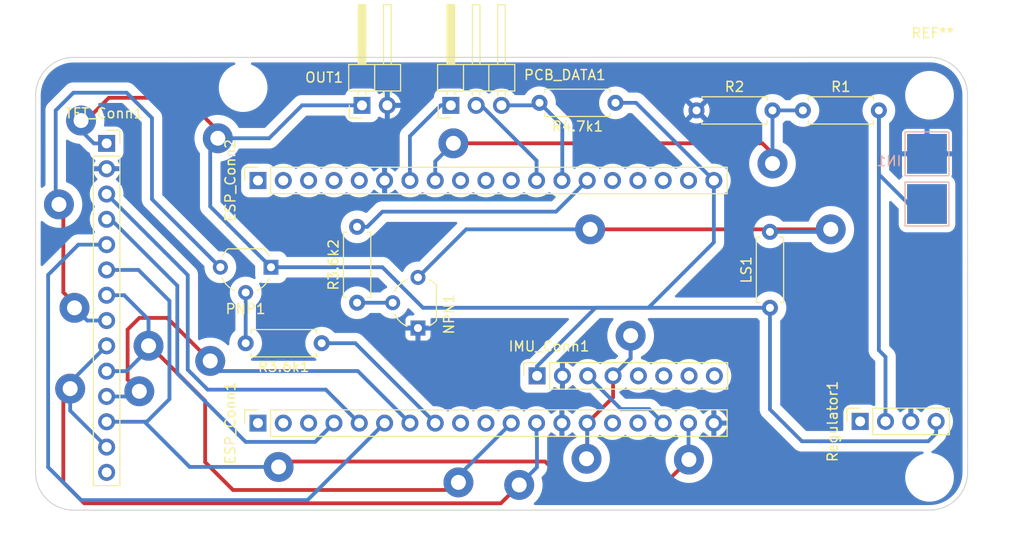
<source format=kicad_pcb>
(kicad_pcb (version 20211014) (generator pcbnew)
  (layers (0 "F.Cu" signal) (31 "B.Cu" signal) (34 "B.Paste" user) (35 "F.Paste" user) (36 "B.SilkS" user "B.Silkscreen") (37 "F.SilkS" user "F.Silkscreen") (38 "B.Mask" user) (39 "F.Mask" user) (44 "Edge.Cuts" user))
  (net 0 "")
  (net 1 "GND")
  (net 2 "/NC")
  (net 3 "+12V")
  (net 4 "VCC")
  (net 5 "Net-(NPN1-Pad2)")
  (net 6 "/IO12")
  (net 7 "/IO33")
  (net 8 "/IO32")
  (net 9 "Net-(PNP1-Pad2)")
  (net 10 "/LED")
  (net 11 "/IO35")
  (net 12 "/IO16")
  (net 13 "/IO2")
  (net 14 "/IO15")
  (net 15 "/IO0")
  (net 16 "/IO23")
  (net 17 "/IO18")
  (net 18 "/IO19")
  (net 19 "/IO4")
  (net 20 "Net-(LS1-Pad2)")
  (net 21 "/IO14")
  (net 22 "/IO13")
  (net 23 "/CLK")
  (net 24 "/D0")
  (net 25 "/D1")
  (net 26 "/IO17")
  (net 27 "/IO5")
  (net 28 "/IO21")
  (net 29 "/RX")
  (net 30 "/TX")
  (net 31 "/IO22")
  (net 32 "/5V")
  (net 33 "/CMD")
  (net 34 "/D3")
  (net 35 "/D2")
  (net 36 "/IO27")
  (net 37 "/IO26")
  (net 38 "/IO25")
  (net 39 "/IO34")
  (net 40 "/VN")
  (net 41 "/VP")
  (net 42 "/EN")
  (net 43 "/XDA")
  (net 44 "/XCL")
  (net 45 "/ADO")
  (net 46 "/INT")
  (footprint "Package_TO_SOT_THT:TO-92_Wide" (layer "F.Cu") (at 66.048 114.808 90)
    (fp_text reference "NPN1" (at 1.388 3.112 90) (layer "F.SilkS"))
    (fp_text value "2N3904")
    (fp_line (start 0.74 1.85) (end 4.34 1.85) (layer "F.SilkS") (width 0.12))
    (fp_arc (start 0.172801 -1.103842) (mid 0.678995 -1.832692) (end 1.4 -2.35) (layer "F.SilkS") (width 0.12))
    (fp_arc (start 4.864184 1.122795) (mid 4.633903 1.509328) (end 4.34 1.85) (layer "F.SilkS") (width 0.12))
    (fp_arc (start 0.74 1.85) (mid 0.446097 1.509328) (end 0.215816 1.122795) (layer "F.SilkS") (width 0.12))
    (fp_arc (start 3.65 -2.35) (mid 4.382279 -1.833196) (end 4.895458 -1.098371) (layer "F.SilkS") (width 0.12))
    (pad "1" thru_hole rect (at 0 0 90) (size 1.5 1.5) (drill 0.8) (layers *.Cu *.Mask) (net 1 "GND"))
    (pad "2" thru_hole circle (at 2.54 -2.54 90) (size 1.5 1.5) (drill 0.8) (layers *.Cu *.Mask) (net 5 "Net-(NPN1-Pad2)"))
    (pad "3" thru_hole circle (at 5.08 0 90) (size 1.5 1.5) (drill 0.8) (layers *.Cu *.Mask) (net 20 "Net-(LS1-Pad2)"))
  )
  (footprint "" (layer "F.Cu") (at 117.348 129.794)
    (fp_text reference "" (at 0 0) (layer "F.SilkS") (effects (font (size 1.27 1.27))))
    (fp_text value "" (at 0 0) (layer "F.SilkS") (effects (font (size 1.27 1.27))))
    (pad "" np_thru_hole circle (at 0 0) (size 3.2 3.2) (drill 3.2) (layers *.Cu *.Mask))
  )
  (footprint "Connector_PinSocket_2.54mm:PinSocket_1x04_P2.54mm_Vertical" (layer "F.Cu") (at 110.393 124.181 90)
    (fp_text reference "Regulator1" (at 0 -2.77 90) (layer "F.SilkS"))
    (fp_text value "Conn_01x04")
    (fp_line (start -1.33 1.27) (end 1.33 1.27) (layer "F.SilkS") (width 0.12))
    (fp_line (start -1.33 8.95) (end 1.33 8.95) (layer "F.SilkS") (width 0.12))
    (fp_line (start -1.33 1.27) (end -1.33 8.95) (layer "F.SilkS") (width 0.12))
    (fp_line (start 1.33 1.27) (end 1.33 8.95) (layer "F.SilkS") (width 0.12))
    (fp_line (start 0 -1.33) (end 1.33 -1.33) (layer "F.SilkS") (width 0.12))
    (fp_line (start 1.33 -1.33) (end 1.33 0) (layer "F.SilkS") (width 0.12))
    (pad "1" thru_hole rect (at 0 0 90) (size 1.7 1.7) (drill 1) (layers *.Cu *.Mask))
    (pad "2" thru_hole oval (at 0 2.54 90) (size 1.7 1.7) (drill 1) (layers *.Cu *.Mask) (net 3 "+12V"))
    (pad "3" thru_hole oval (at 0 5.08 90) (size 1.7 1.7) (drill 1) (layers *.Cu *.Mask) (net 1 "GND"))
    (pad "4" thru_hole oval (at 0 7.62 90) (size 1.7 1.7) (drill 1) (layers *.Cu *.Mask) (net 4 "VCC"))
  )
  (footprint "" (layer "F.Cu") (at 48.514 90.678)
    (fp_text reference "" (at 0 0) (layer "F.SilkS") (effects (font (size 1.27 1.27))))
    (fp_text value "" (at 0 0) (layer "F.SilkS") (effects (font (size 1.27 1.27))))
    (pad "" np_thru_hole circle (at 0 0) (size 3.2 3.2) (drill 3.2) (layers *.Cu *.Mask))
  )
  (footprint "" (layer "F.Cu") (at 39.116 128.778)
    (fp_text reference "" (at 0 0) (layer "F.SilkS") (effects (font (size 1.27 1.27))))
    (fp_text value "" (at 0 0) (layer "F.SilkS") (effects (font (size 1.27 1.27))))
    (pad "" np_thru_hole circle (at 0 0) (size 3.2 3.2) (drill 3.2) (layers *.Cu *.Mask))
  )
  (footprint "Resistor_THT:R_Axial_DIN0207_L6.3mm_D2.5mm_P7.62mm_Horizontal" (layer "F.Cu") (at 101.346 112.776 90)
    (fp_text reference "LS1" (at 3.81 -2.37 90) (layer "F.SilkS"))
    (fp_text value "Speaker")
    (fp_line (start 0.54 -1.37) (end 7.08 -1.37) (layer "F.SilkS") (width 0.12))
    (fp_line (start 7.08 -1.37) (end 7.08 -1.04) (layer "F.SilkS") (width 0.12))
    (fp_line (start 7.08 1.37) (end 7.08 1.04) (layer "F.SilkS") (width 0.12))
    (fp_line (start 0.54 -1.04) (end 0.54 -1.37) (layer "F.SilkS") (width 0.12))
    (fp_line (start 0.54 1.04) (end 0.54 1.37) (layer "F.SilkS") (width 0.12))
    (fp_line (start 0.54 1.37) (end 7.08 1.37) (layer "F.SilkS") (width 0.12))
    (pad "1" thru_hole circle (at 0 0 90) (size 1.6 1.6) (drill 0.8) (layers *.Cu *.Mask) (net 4 "VCC"))
    (pad "2" thru_hole oval (at 7.62 0 90) (size 1.6 1.6) (drill 0.8) (layers *.Cu *.Mask) (net 20 "Net-(LS1-Pad2)"))
  )
  (footprint "Resistor_THT:R_Axial_DIN0207_L6.3mm_D2.5mm_P7.62mm_Horizontal" (layer "F.Cu") (at 93.98 92.964)
    (fp_text reference "R2" (at 3.81 -2.37) (layer "F.SilkS"))
    (fp_text value "R_Small")
    (fp_line (start 0.54 -1.37) (end 7.08 -1.37) (layer "F.SilkS") (width 0.12))
    (fp_line (start 7.08 1.37) (end 7.08 1.04) (layer "F.SilkS") (width 0.12))
    (fp_line (start 0.54 1.04) (end 0.54 1.37) (layer "F.SilkS") (width 0.12))
    (fp_line (start 0.54 -1.04) (end 0.54 -1.37) (layer "F.SilkS") (width 0.12))
    (fp_line (start 7.08 -1.37) (end 7.08 -1.04) (layer "F.SilkS") (width 0.12))
    (fp_line (start 0.54 1.37) (end 7.08 1.37) (layer "F.SilkS") (width 0.12))
    (pad "1" thru_hole circle (at 0 0) (size 1.6 1.6) (drill 0.8) (layers *.Cu *.Mask) (net 1 "GND"))
    (pad "2" thru_hole oval (at 7.62 0) (size 1.6 1.6) (drill 0.8) (layers *.Cu *.Mask) (net 21 "/IO14"))
  )
  (footprint "Resistor_THT:R_Axial_DIN0207_L6.3mm_D2.5mm_P7.62mm_Horizontal" (layer "F.Cu") (at 104.648 92.964)
    (fp_text reference "R1" (at 3.81 -2.37) (layer "F.SilkS"))
    (fp_text value "R_Small")
    (fp_line (start 7.08 1.37) (end 7.08 1.04) (layer "F.SilkS") (width 0.12))
    (fp_line (start 0.54 -1.04) (end 0.54 -1.37) (layer "F.SilkS") (width 0.12))
    (fp_line (start 0.54 1.04) (end 0.54 1.37) (layer "F.SilkS") (width 0.12))
    (fp_line (start 0.54 1.37) (end 7.08 1.37) (layer "F.SilkS") (width 0.12))
    (fp_line (start 7.08 -1.37) (end 7.08 -1.04) (layer "F.SilkS") (width 0.12))
    (fp_line (start 0.54 -1.37) (end 7.08 -1.37) (layer "F.SilkS") (width 0.12))
    (pad "1" thru_hole circle (at 0 0) (size 1.6 1.6) (drill 0.8) (layers *.Cu *.Mask) (net 21 "/IO14"))
    (pad "2" thru_hole oval (at 7.62 0) (size 1.6 1.6) (drill 0.8) (layers *.Cu *.Mask) (net 3 "+12V"))
  )
  (footprint "Connector_PinHeader_2.54mm:PinHeader_1x03_P2.54mm_Horizontal" (layer "F.Cu") (at 69.342 92.456 90)
    (fp_text reference "PCB_DATA1" (at 3.048 11.43 180) (layer "F.SilkS"))
    (fp_text value "Conn_01x03")
    (fp_line (start 10.1 -0.38) (end 10.1 0.38) (layer "F.SilkS") (width 0.12))
    (fp_line (start 4.1 -0.38) (end 10.1 -0.38) (layer "F.SilkS") (width 0.12))
    (fp_line (start 1.11 -0.38) (end 1.44 -0.38) (layer "F.SilkS") (width 0.12))
    (fp_line (start 4.1 6.41) (end 4.1 -1.33) (layer "F.SilkS") (width 0.12))
    (fp_line (start 10.1 0.38) (end 4.1 0.38) (layer "F.SilkS") (width 0.12))
    (fp_line (start 4.1 2.16) (end 10.1 2.16) (layer "F.SilkS") (width 0.12))
    (fp_line (start 4.1 4.7) (end 10.1 4.7) (layer "F.SilkS") (width 0.12))
    (fp_line (start 4.1 0.04) (end 10.1 0.04) (layer "F.SilkS") (width 0.12))
    (fp_line (start 4.1 -0.08) (end 10.1 -0.08) (layer "F.SilkS") (width 0.12))
    (fp_line (start 4.1 0.16) (end 10.1 0.16) (layer "F.SilkS") (width 0.12))
    (fp_line (start -1.27 -1.27) (end 0 -1.27) (layer "F.SilkS") (width 0.12))
    (fp_line (start 4.1 -0.2) (end 10.1 -0.2) (layer "F.SilkS") (width 0.12))
    (fp_line (start 1.042929 4.7) (end 1.44 4.7) (layer "F.SilkS") (width 0.12))
    (fp_line (start 10.1 2.92) (end 4.1 2.92) (layer "F.SilkS") (width 0.12))
    (fp_line (start 10.1 2.16) (end 10.1 2.92) (layer "F.SilkS") (width 0.12))
    (fp_line (start 1.44 6.41) (end 4.1 6.41) (layer "F.SilkS") (width 0.12))
    (fp_line (start 1.042929 5.46) (end 1.44 5.46) (layer "F.SilkS") (width 0.12))
    (fp_line (start 1.44 -1.33) (end 1.44 6.41) (layer "F.SilkS") (width 0.12))
    (fp_line (start 1.44 1.27) (end 4.1 1.27) (layer "F.SilkS") (width 0.12))
    (fp_line (start -1.27 0) (end -1.27 -1.27) (layer "F.SilkS") (width 0.12))
    (fp_line (start 4.1 0.28) (end 10.1 0.28) (layer "F.SilkS") (width 0.12))
    (fp_line (start 4.1 -0.32) (end 10.1 -0.32) (layer "F.SilkS") (width 0.12))
    (fp_line (start 1.44 3.81) (end 4.1 3.81) (layer "F.SilkS") (width 0.12))
    (fp_line (start 1.042929 2.92) (end 1.44 2.92) (layer "F.SilkS") (width 0.12))
    (fp_line (start 1.11 0.38) (end 1.44 0.38) (layer "F.SilkS") (width 0.12))
    (fp_line (start 1.042929 2.16) (end 1.44 2.16) (layer "F.SilkS") (width 0.12))
    (fp_line (start 10.1 5.46) (end 4.1 5.46) (layer "F.SilkS") (width 0.12))
    (fp_line (start 10.1 4.7) (end 10.1 5.46) (layer "F.SilkS") (width 0.12))
    (fp_line (start 4.1 -1.33) (end 1.44 -1.33) (layer "F.SilkS") (width 0.12))
    (pad "1" thru_hole rect (at 0 0 90) (size 1.7 1.7) (drill 1) (layers *.Cu *.Mask) (net 6 "/IO12"))
    (pad "2" thru_hole oval (at 0 2.54 90) (size 1.7 1.7) (drill 1) (layers *.Cu *.Mask) (net 7 "/IO33"))
    (pad "3" thru_hole oval (at 0 5.08 90) (size 1.7 1.7) (drill 1) (layers *.Cu *.Mask) (net 8 "/IO32"))
  )
  (footprint "Connector_PinHeader_2.54mm:PinHeader_1x02_P2.54mm_Horizontal" (layer "F.Cu") (at 60.432 92.456 90)
    (fp_text reference "OUT1" (at 2.794 -3.79 180) (layer "F.SilkS"))
    (fp_text value "Conn_01x02")
    (fp_line (start 10.1 2.92) (end 4.1 2.92) (layer "F.SilkS") (width 0.12))
    (fp_line (start 4.1 0.04) (end 10.1 0.04) (layer "F.SilkS") (width 0.12))
    (fp_line (start 4.1 3.87) (end 4.1 -1.33) (layer "F.SilkS") (width 0.12))
    (fp_line (start 1.042929 2.16) (end 1.44 2.16) (layer "F.SilkS") (width 0.12))
    (fp_line (start 4.1 -0.32) (end 10.1 -0.32) (layer "F.SilkS") (width 0.12))
    (fp_line (start 4.1 2.16) (end 10.1 2.16) (layer "F.SilkS") (width 0.12))
    (fp_line (start 10.1 2.16) (end 10.1 2.92) (layer "F.SilkS") (width 0.12))
    (fp_line (start 4.1 0.28) (end 10.1 0.28) (layer "F.SilkS") (width 0.12))
    (fp_line (start 1.44 1.27) (end 4.1 1.27) (layer "F.SilkS") (width 0.12))
    (fp_line (start -1.27 -1.27) (end 0 -1.27) (layer "F.SilkS") (width 0.12))
    (fp_line (start 4.1 -0.2) (end 10.1 -0.2) (layer "F.SilkS") (width 0.12))
    (fp_line (start 1.44 3.87) (end 4.1 3.87) (layer "F.SilkS") (width 0.12))
    (fp_line (start 4.1 -0.38) (end 10.1 -0.38) (layer "F.SilkS") (width 0.12))
    (fp_line (start 4.1 -1.33) (end 1.44 -1.33) (layer "F.SilkS") (width 0.12))
    (fp_line (start 10.1 -0.38) (end 10.1 0.38) (layer "F.SilkS") (width 0.12))
    (fp_line (start 1.44 -1.33) (end 1.44 3.87) (layer "F.SilkS") (width 0.12))
    (fp_line (start -1.27 0) (end -1.27 -1.27) (layer "F.SilkS") (width 0.12))
    (fp_line (start 1.11 -0.38) (end 1.44 -0.38) (layer "F.SilkS") (width 0.12))
    (fp_line (start 4.1 0.16) (end 10.1 0.16) (layer "F.SilkS") (width 0.12))
    (fp_line (start 10.1 0.38) (end 4.1 0.38) (layer "F.SilkS") (width 0.12))
    (fp_line (start 1.11 0.38) (end 1.44 0.38) (layer "F.SilkS") (width 0.12))
    (fp_line (start 4.1 -0.08) (end 10.1 -0.08) (layer "F.SilkS") (width 0.12))
    (fp_line (start 1.042929 2.92) (end 1.44 2.92) (layer "F.SilkS") (width 0.12))
    (pad "1" thru_hole rect (at 0 0 90) (size 1.7 1.7) (drill 1) (layers *.Cu *.Mask) (net 4 "VCC"))
    (pad "2" thru_hole oval (at 0 2.54 90) (size 1.7 1.7) (drill 1) (layers *.Cu *.Mask) (net 1 "GND"))
  )
  (footprint "Resistor_THT:R_Axial_DIN0207_L6.3mm_D2.5mm_P7.62mm_Horizontal" (layer "F.Cu") (at 59.944 112.268 90)
    (fp_text reference "R3.6k2" (at 3.81 -2.37 90) (layer "F.SilkS"))
    (fp_text value "R_Small")
    (fp_line (start 0.54 -1.04) (end 0.54 -1.37) (layer "F.SilkS") (width 0.12))
    (fp_line (start 7.08 -1.37) (end 7.08 -1.04) (layer "F.SilkS") (width 0.12))
    (fp_line (start 7.08 1.37) (end 7.08 1.04) (layer "F.SilkS") (width 0.12))
    (fp_line (start 0.54 1.04) (end 0.54 1.37) (layer "F.SilkS") (width 0.12))
    (fp_line (start 0.54 1.37) (end 7.08 1.37) (layer "F.SilkS") (width 0.12))
    (fp_line (start 0.54 -1.37) (end 7.08 -1.37) (layer "F.SilkS") (width 0.12))
    (pad "1" thru_hole circle (at 0 0 90) (size 1.6 1.6) (drill 0.8) (layers *.Cu *.Mask) (net 5 "Net-(NPN1-Pad2)"))
    (pad "2" thru_hole oval (at 7.62 0 90) (size 1.6 1.6) (drill 0.8) (layers *.Cu *.Mask) (net 11 "/IO35"))
  )
  (footprint "Connector_PinSocket_2.54mm:PinSocket_1x19_P2.54mm_Vertical" (layer "F.Cu") (at 50 124.35 90)
    (fp_text reference "ESP_Conn1" (at 0 -2.77 90) (layer "F.SilkS"))
    (fp_text value "Conn_01x19")
    (fp_line (start -1.33 1.27) (end -1.33 47.05) (layer "F.SilkS") (width 0.12))
    (fp_line (start -1.33 1.27) (end 1.33 1.27) (layer "F.SilkS") (width 0.12))
    (fp_line (start -1.33 47.05) (end 1.33 47.05) (layer "F.SilkS") (width 0.12))
    (fp_line (start 1.33 -1.33) (end 1.33 0) (layer "F.SilkS") (width 0.12))
    (fp_line (start 0 -1.33) (end 1.33 -1.33) (layer "F.SilkS") (width 0.12))
    (fp_line (start 1.33 1.27) (end 1.33 47.05) (layer "F.SilkS") (width 0.12))
    (pad "1" thru_hole rect (at 0 0 90) (size 1.7 1.7) (drill 1) (layers *.Cu *.Mask) (net 23 "/CLK"))
    (pad "2" thru_hole oval (at 0 2.54 90) (size 1.7 1.7) (drill 1) (layers *.Cu *.Mask) (net 24 "/D0"))
    (pad "3" thru_hole oval (at 0 5.08 90) (size 1.7 1.7) (drill 1) (layers *.Cu *.Mask) (net 25 "/D1"))
    (pad "4" thru_hole oval (at 0 7.62 90) (size 1.7 1.7) (drill 1) (layers *.Cu *.Mask) (net 14 "/IO15"))
    (pad "5" thru_hole oval (at 0 10.16 90) (size 1.7 1.7) (drill 1) (layers *.Cu *.Mask) (net 13 "/IO2"))
    (pad "6" thru_hole oval (at 0 12.7 90) (size 1.7 1.7) (drill 1) (layers *.Cu *.Mask) (net 15 "/IO0"))
    (pad "7" thru_hole oval (at 0 15.24 90) (size 1.7 1.7) (drill 1) (layers *.Cu *.Mask) (net 19 "/IO4"))
    (pad "8" thru_hole oval (at 0 17.78 90) (size 1.7 1.7) (drill 1) (layers *.Cu *.Mask) (net 12 "/IO16"))
    (pad "9" thru_hole oval (at 0 20.32 90) (size 1.7 1.7) (drill 1) (layers *.Cu *.Mask) (net 26 "/IO17"))
    (pad "10" thru_hole oval (at 0 22.86 90) (size 1.7 1.7) (drill 1) (layers *.Cu *.Mask) (net 27 "/IO5"))
    (pad "11" thru_hole oval (at 0 25.4 90) (size 1.7 1.7) (drill 1) (layers *.Cu *.Mask) (net 17 "/IO18"))
    (pad "12" thru_hole oval (at 0 27.94 90) (size 1.7 1.7) (drill 1) (layers *.Cu *.Mask) (net 18 "/IO19"))
    (pad "13" thru_hole oval (at 0 30.48 90) (size 1.7 1.7) (drill 1) (layers *.Cu *.Mask) (net 1 "GND"))
    (pad "14" thru_hole oval (at 0 33.02 90) (size 1.7 1.7) (drill 1) (layers *.Cu *.Mask) (net 28 "/IO21"))
    (pad "15" thru_hole oval (at 0 35.56 90) (size 1.7 1.7) (drill 1) (layers *.Cu *.Mask) (net 29 "/RX"))
    (pad "16" thru_hole oval (at 0 38.1 90) (size 1.7 1.7) (drill 1) (layers *.Cu *.Mask) (net 30 "/TX"))
    (pad "17" thru_hole oval (at 0 40.64 90) (size 1.7 1.7) (drill 1) (layers *.Cu *.Mask) (net 31 "/IO22"))
    (pad "18" thru_hole oval (at 0 43.18 90) (size 1.7 1.7) (drill 1) (layers *.Cu *.Mask) (net 16 "/IO23"))
    (pad "19" thru_hole oval (at 0 45.72 90) (size 1.7 1.7) (drill 1) (layers *.Cu *.Mask) (net 1 "GND"))
  )
  (footprint "Connector_PinSocket_2.54mm:PinSocket_1x19_P2.54mm_Vertical" (layer "F.Cu") (at 50 100 90)
    (fp_text reference "ESP_Conn2" (at 0 -2.77 90) (layer "F.SilkS"))
    (fp_text value "Conn_01x19")
    (fp_line (start -1.33 1.27) (end -1.33 47.05) (layer "F.SilkS") (width 0.12))
    (fp_line (start 0 -1.33) (end 1.33 -1.33) (layer "F.SilkS") (width 0.12))
    (fp_line (start 1.33 -1.33) (end 1.33 0) (layer "F.SilkS") (width 0.12))
    (fp_line (start 1.33 1.27) (end 1.33 47.05) (layer "F.SilkS") (width 0.12))
    (fp_line (start -1.33 1.27) (end 1.33 1.27) (layer "F.SilkS") (width 0.12))
    (fp_line (start -1.33 47.05) (end 1.33 47.05) (layer "F.SilkS") (width 0.12))
    (pad "1" thru_hole rect (at 0 0 90) (size 1.7 1.7) (drill 1) (layers *.Cu *.Mask) (net 32 "/5V"))
    (pad "2" thru_hole oval (at 0 2.54 90) (size 1.7 1.7) (drill 1) (layers *.Cu *.Mask) (net 33 "/CMD"))
    (pad "3" thru_hole oval (at 0 5.08 90) (size 1.7 1.7) (drill 1) (layers *.Cu *.Mask) (net 34 "/D3"))
    (pad "4" thru_hole oval (at 0 7.62 90) (size 1.7 1.7) (drill 1) (layers *.Cu *.Mask) (net 35 "/D2"))
    (pad "5" thru_hole oval (at 0 10.16 90) (size 1.7 1.7) (drill 1) (layers *.Cu *.Mask) (net 22 "/IO13"))
    (pad "6" thru_hole oval (at 0 12.7 90) (size 1.7 1.7) (drill 1) (layers *.Cu *.Mask) (net 1 "GND"))
    (pad "7" thru_hole oval (at 0 15.24 90) (size 1.7 1.7) (drill 1) (layers *.Cu *.Mask) (net 6 "/IO12"))
    (pad "8" thru_hole oval (at 0 17.78 90) (size 1.7 1.7) (drill 1) (layers *.Cu *.Mask) (net 21 "/IO14"))
    (pad "9" thru_hole oval (at 0 20.32 90) (size 1.7 1.7) (drill 1) (layers *.Cu *.Mask) (net 36 "/IO27"))
    (pad "10" thru_hole oval (at 0 22.86 90) (size 1.7 1.7) (drill 1) (layers *.Cu *.Mask) (net 37 "/IO26"))
    (pad "11" thru_hole oval (at 0 25.4 90) (size 1.7 1.7) (drill 1) (layers *.Cu *.Mask) (net 38 "/IO25"))
    (pad "12" thru_hole oval (at 0 27.94 90) (size 1.7 1.7) (drill 1) (layers *.Cu *.Mask) (net 7 "/IO33"))
    (pad "13" thru_hole oval (at 0 30.48 90) (size 1.7 1.7) (drill 1) (layers *.Cu *.Mask) (net 8 "/IO32"))
    (pad "14" thru_hole oval (at 0 33.02 90) (size 1.7 1.7) (drill 1) (layers *.Cu *.Mask) (net 11 "/IO35"))
    (pad "15" thru_hole oval (at 0 35.56 90) (size 1.7 1.7) (drill 1) (layers *.Cu *.Mask) (net 39 "/IO34"))
    (pad "16" thru_hole oval (at 0 38.1 90) (size 1.7 1.7) (drill 1) (layers *.Cu *.Mask) (net 40 "/VN"))
    (pad "17" thru_hole oval (at 0 40.64 90) (size 1.7 1.7) (drill 1) (layers *.Cu *.Mask) (net 41 "/VP"))
    (pad "18" thru_hole oval (at 0 43.18 90) (size 1.7 1.7) (drill 1) (layers *.Cu *.Mask) (net 42 "/EN"))
    (pad "19" thru_hole oval (at 0 45.72 90) (size 1.7 1.7) (drill 1) (layers *.Cu *.Mask) (net 4 "VCC"))
  )
  (footprint "Connector_PinSocket_2.54mm:PinSocket_1x08_P2.54mm_Vertical" (layer "F.Cu") (at 77.993 119.609 90)
    (fp_text reference "IMU_Conn1" (at 2.959 1.197 180) (layer "F.SilkS"))
    (fp_text value "Conn_01x08")
    (fp_line (start 0 -1.33) (end 1.33 -1.33) (layer "F.SilkS") (width 0.12))
    (fp_line (start -1.33 1.27) (end 1.33 1.27) (layer "F.SilkS") (width 0.12))
    (fp_line (start 1.33 1.27) (end 1.33 19.11) (layer "F.SilkS") (width 0.12))
    (fp_line (start -1.33 19.11) (end 1.33 19.11) (layer "F.SilkS") (width 0.12))
    (fp_line (start -1.33 1.27) (end -1.33 19.11) (layer "F.SilkS") (width 0.12))
    (fp_line (start 1.33 -1.33) (end 1.33 0) (layer "F.SilkS") (width 0.12))
    (pad "1" thru_hole rect locked (at 0 0 90) (size 1.7 1.7) (drill 1) (layers *.Cu *.Mask) (net 4 "VCC"))
    (pad "2" thru_hole oval locked (at 0 2.54 90) (size 1.7 1.7) (drill 1) (layers *.Cu *.Mask) (net 1 "GND"))
    (pad "3" thru_hole oval locked (at 0 5.08 90) (size 1.7 1.7) (drill 1) (layers *.Cu *.Mask) (net 31 "/IO22"))
    (pad "4" thru_hole oval locked (at 0 7.62 90) (size 1.7 1.7) (drill 1) (layers *.Cu *.Mask) (net 28 "/IO21"))
    (pad "5" thru_hole oval locked (at 0 10.16 90) (size 1.7 1.7) (drill 1) (layers *.Cu *.Mask) (net 43 "/XDA"))
    (pad "6" thru_hole oval locked (at 0 12.7 90) (size 1.7 1.7) (drill 1) (layers *.Cu *.Mask) (net 44 "/XCL"))
    (pad "7" thru_hole oval locked (at 0 15.24 90) (size 1.7 1.7) (drill 1) (layers *.Cu *.Mask) (net 45 "/ADO"))
    (pad "8" thru_hole oval locked (at 0 17.78 90) (size 1.7 1.7) (drill 1) (layers *.Cu *.Mask) (net 46 "/INT"))
  )
  (footprint "MountingHole:MountingHole_3.2mm_M3" (layer "F.Cu") (at 117.348 91.44)
    (fp_text reference "REF**" (at 0.322 -6.24) (layer "F.SilkS"))
    (fp_text value "MountingHole_3.2mm_M3")
    (pad "" np_thru_hole circle (at 0 0) (size 3.2 3.2) (drill 3.2) (layers *.Cu *.Mask))
  )
  (footprint "Resistor_THT:R_Axial_DIN0207_L6.3mm_D2.5mm_P7.62mm_Horizontal" (layer "F.Cu") (at 56.388 116.332 180)
    (fp_text reference "R3.6k1" (at 3.81 -2.37) (layer "F.SilkS"))
    (fp_text value "R_Small")
    (fp_line (start 0.54 -1.37) (end 7.08 -1.37) (layer "F.SilkS") (width 0.12))
    (fp_line (start 0.54 1.37) (end 7.08 1.37) (layer "F.SilkS") (width 0.12))
    (fp_line (start 7.08 1.37) (end 7.08 1.04) (layer "F.SilkS") (width 0.12))
    (fp_line (start 7.08 -1.37) (end 7.08 -1.04) (layer "F.SilkS") (width 0.12))
    (fp_line (start 0.54 -1.04) (end 0.54 -1.37) (layer "F.SilkS") (width 0.12))
    (fp_line (start 0.54 1.04) (end 0.54 1.37) (layer "F.SilkS") (width 0.12))
    (pad "1" thru_hole circle (at 0 0 180) (size 1.6 1.6) (drill 0.8) (layers *.Cu *.Mask) (net 12 "/IO16"))
    (pad "2" thru_hole oval (at 7.62 0 180) (size 1.6 1.6) (drill 0.8) (layers *.Cu *.Mask) (net 9 "Net-(PNP1-Pad2)"))
  )
  (footprint "Resistor_THT:R_Axial_DIN0207_L6.3mm_D2.5mm_P7.62mm_Horizontal" (layer "F.Cu") (at 85.852 92.202 180)
    (fp_text reference "R4.7k1" (at 3.81 -2.37) (layer "F.SilkS"))
    (fp_text value "R_Small")
    (fp_line (start 0.54 1.37) (end 7.08 1.37) (layer "F.SilkS") (width 0.12))
    (fp_line (start 7.08 -1.37) (end 7.08 -1.04) (layer "F.SilkS") (width 0.12))
    (fp_line (start 7.08 1.37) (end 7.08 1.04) (layer "F.SilkS") (width 0.12))
    (fp_line (start 0.54 1.04) (end 0.54 1.37) (layer "F.SilkS") (width 0.12))
    (fp_line (start 0.54 -1.04) (end 0.54 -1.37) (layer "F.SilkS") (width 0.12))
    (fp_line (start 0.54 -1.37) (end 7.08 -1.37) (layer "F.SilkS") (width 0.12))
    (pad "1" thru_hole circle (at 0 0 180) (size 1.6 1.6) (drill 0.8) (layers *.Cu *.Mask) (net 4 "VCC"))
    (pad "2" thru_hole oval (at 7.62 0 180) (size 1.6 1.6) (drill 0.8) (layers *.Cu *.Mask) (net 8 "/IO32"))
  )
  (footprint "Package_TO_SOT_THT:TO-92_Wide" (layer "F.Cu") (at 51.308 108.704 180)
    (fp_text reference "PNP1" (at 2.55 -4.19) (layer "F.SilkS"))
    (fp_text value "2N3906")
    (fp_line (start 0.74 1.85) (end 4.34 1.85) (layer "F.SilkS") (width 0.12))
    (fp_arc (start 4.864184 1.122795) (mid 4.633903 1.509328) (end 4.34 1.85) (layer "F.SilkS") (width 0.12))
    (fp_arc (start 0.172801 -1.103842) (mid 0.678995 -1.832692) (end 1.4 -2.35) (layer "F.SilkS") (width 0.12))
    (fp_arc (start 0.74 1.85) (mid 0.446097 1.509328) (end 0.215816 1.122795) (layer "F.SilkS") (width 0.12))
    (fp_arc (start 3.65 -2.35) (mid 4.382279 -1.833196) (end 4.895458 -1.098371) (layer "F.SilkS") (width 0.12))
    (pad "1" thru_hole rect (at 0 0 180) (size 1.5 1.5) (drill 0.8) (layers *.Cu *.Mask) (net 4 "VCC"))
    (pad "2" thru_hole circle (at 2.54 -2.54 180) (size 1.5 1.5) (drill 0.8) (layers *.Cu *.Mask) (net 9 "Net-(PNP1-Pad2)"))
    (pad "3" thru_hole circle (at 5.08 0 180) (size 1.5 1.5) (drill 0.8) (layers *.Cu *.Mask) (net 10 "/LED"))
  )
  (footprint "Connector_PinSocket_2.54mm:PinSocket_1x14_P2.54mm_Vertical" (layer "F.Cu") (at 34.823 96.276)
    (fp_text reference "TFT_Conn1" (at -0.254 -3.024) (layer "F.SilkS"))
    (fp_text value "Conn_01x14")
    (fp_line (start 1.33 -1.33) (end 1.33 0) (layer "F.SilkS") (width 0.12))
    (fp_line (start 0 -1.33) (end 1.33 -1.33) (layer "F.SilkS") (width 0.12))
    (fp_line (start -1.33 1.27) (end -1.33 34.35) (layer "F.SilkS") (width 0.12))
    (fp_line (start -1.33 34.35) (end 1.33 34.35) (layer "F.SilkS") (width 0.12))
    (fp_line (start 1.33 1.27) (end 1.33 34.35) (layer "F.SilkS") (width 0.12))
    (fp_line (start -1.33 1.27) (end 1.33 1.27) (layer "F.SilkS") (width 0.12))
    (pad "1" thru_hole rect (at 0 0) (size 1.7 1.7) (drill 1) (layers *.Cu *.Mask) (net 4 "VCC"))
    (pad "2" thru_hole oval (at 0 2.54) (size 1.7 1.7) (drill 1) (layers *.Cu *.Mask) (net 1 "GND"))
    (pad "3" thru_hole oval (at 0 5.08) (size 1.7 1.7) (drill 1) (layers *.Cu *.Mask) (net 13 "/IO2"))
    (pad "4" thru_hole oval (at 0 7.62) (size 1.7 1.7) (drill 1) (layers *.Cu *.Mask) (net 14 "/IO15"))
    (pad "5" thru_hole oval (at 0 10.16) (size 1.7 1.7) (drill 1) (layers *.Cu *.Mask) (net 15 "/IO0"))
    (pad "6" thru_hole oval (at 0 12.7) (size 1.7 1.7) (drill 1) (layers *.Cu *.Mask) (net 16 "/IO23"))
    (pad "7" thru_hole oval (at 0 15.24) (size 1.7 1.7) (drill 1) (layers *.Cu *.Mask) (net 17 "/IO18"))
    (pad "8" thru_hole oval (at 0 17.78) (size 1.7 1.7) (drill 1) (layers *.Cu *.Mask) (net 10 "/LED"))
    (pad "9" thru_hole oval (at 0 20.32) (size 1.7 1.7) (drill 1) (layers *.Cu *.Mask) (net 18 "/IO19"))
    (pad "10" thru_hole oval (at 0 22.86) (size 1.7 1.7) (drill 1) (layers *.Cu *.Mask) (net 17 "/IO18"))
    (pad "11" thru_hole oval (at 0 25.4) (size 1.7 1.7) (drill 1) (layers *.Cu *.Mask) (net 19 "/IO4"))
    (pad "12" thru_hole oval (at 0 27.94) (size 1.7 1.7) (drill 1) (layers *.Cu *.Mask) (net 16 "/IO23"))
    (pad "13" thru_hole oval (at 0 30.48) (size 1.7 1.7) (drill 1) (layers *.Cu *.Mask) (net 18 "/IO19"))
    (pad "14" thru_hole oval (at 0 33.02) (size 1.7 1.7) (drill 1) (layers *.Cu *.Mask) (net 2 "/NC"))
  )
  (footprint "TestPoint:TestPoint_Pad_4.0x4.0mm" (layer "B.Cu") (at 117.094 102.362 180)
    (fp_text reference "IN1" (at 3.81 4.318) (layer "B.SilkS") (effects (justify mirror)))
    (fp_text value "Screw_Terminal_01x02")
    (fp_line (start 2.2 2.2) (end 2.2 -2.2) (layer "B.SilkS") (width 0.12))
    (fp_line (start -2.2 7.24) (end 2.2 7.24) (layer "B.SilkS") (width 0.12))
    (fp_line (start 2.2 -2.2) (end -2.2 -2.2) (layer "B.SilkS") (width 0.12))
    (fp_line (start -2.2 -2.2) (end -2.2 2.2) (layer "B.SilkS") (width 0.12))
    (fp_line (start -2.2 2.2) (end 2.2 2.2) (layer "B.SilkS") (width 0.12))
    (fp_line (start 2.2 2.84) (end -2.2 2.84) (layer "B.SilkS") (width 0.12))
    (fp_line (start 2.2 7.24) (end 2.2 2.84) (layer "B.SilkS") (width 0.12))
    (fp_line (start -2.2 2.84) (end -2.2 7.24) (layer "B.SilkS") (width 0.12))
    (pad "1" smd rect (at 0 0 180) (size 4 4) (layers "B.Cu" "B.Mask") (net 3 "+12V"))
    (pad "2" smd rect (at 0 5.04 180) (size 4 4) (layers "B.Cu" "B.Mask") (net 1 "GND"))
  )
  (gr_arc (start 121.165923 129.275923) (mid 120.05 131.97) (end 117.355923 133.085923) (layer "Edge.Cuts") (width 0.1))
  (gr_arc (start 31.504077 133.085923) (mid 28.81 131.97) (end 27.694077 129.275923) (layer "Edge.Cuts") (width 0.1))
  (gr_arc (start 27.704077 91.454077) (mid 28.82 88.76) (end 31.514077 87.644077) (layer "Edge.Cuts") (width 0.1))
  (gr_line (start 27.694077 129.275923) (end 27.704077 91.454077) (layer "Edge.Cuts") (width 0.1))
  (gr_arc (start 117.32 87.63) (mid 120.032165 88.736006) (end 121.158 91.44) (layer "Edge.Cuts") (width 0.1))
  (gr_line (start 121.158 91.44) (end 121.165923 129.275923) (layer "Edge.Cuts") (width 0.1))
  (gr_line (start 31.514077 87.644077) (end 117.348 87.63) (layer "Edge.Cuts") (width 0.1))
  (gr_line (start 117.33 133.085923) (end 31.504077 133.085923) (layer "Edge.Cuts") (width 0.1))
  (segment (start 112.933 117.699) (end 112.268 117.034) (width 0.381) (layer "B.Cu") (net 3))
  (segment (start 112.268 99.3836) (end 115.2464 102.362) (width 0.381) (layer "B.Cu") (net 3))
  (segment (start 112.268 92.964) (end 112.268 99.3836) (width 0.381) (layer "B.Cu") (net 3))
  (segment (start 112.268 117.034) (end 112.268 92.964) (width 0.381) (layer "B.Cu") (net 3))
  (segment (start 112.933 117.699) (end 112.933 124.181) (width 0.381) (layer "B.Cu") (net 3))
  (segment (start 115.2464 102.362) (end 117.094 102.362) (width 0.381) (layer "B.Cu") (net 3))
  (segment (start 32.512 94.234) (end 35.052 91.694) (width 0.381) (layer "F.Cu") (net 4))
  (segment (start 42.672 91.694) (end 45.974 94.996) (width 0.381) (layer "F.Cu") (net 4))
  (segment (start 35.052 91.694) (end 42.672 91.694) (width 0.381) (layer "F.Cu") (net 4))
  (segment (start 45.974 94.996) (end 45.974 95.758) (width 0.381) (layer "F.Cu") (net 4))
  (via (at 32.258 93.98) (size 3) (drill 1.5) (layers "F.Cu" "B.Cu") (net 4))
  (via (at 45.974 95.758) (size 3) (drill 1.5) (layers "F.Cu" "B.Cu") (net 4))
  (segment (start 51.308 108.704) (end 62.476 108.704) (width 0.381) (layer "B.Cu") (net 4))
  (segment (start 32.512 95.25) (end 32.512 94.234) (width 0.381) (layer "B.Cu") (net 4))
  (segment (start 95.72 100) (end 87.922 92.202) (width 0.381) (layer "B.Cu") (net 4))
  (segment (start 77.993 119.609) (end 77.993 118.633) (width 0.381) (layer "B.Cu") (net 4))
  (segment (start 118.013 125.383081) (end 117.22257 126.173511) (width 0.381) (layer "B.Cu") (net 4))
  (segment (start 77.993 118.633) (end 83.85 112.776) (width 0.381) (layer "B.Cu") (net 4))
  (segment (start 34.823 96.276) (end 33.538 96.276) (width 0.381) (layer "B.Cu") (net 4))
  (segment (start 33.538 96.276) (end 32.512 95.25) (width 0.381) (layer "B.Cu") (net 4))
  (segment (start 104.544691 126.173511) (end 101.346 122.97482) (width 0.381) (layer "B.Cu") (net 4))
  (segment (start 51.120578 95.758) (end 45.974 95.758) (width 0.381) (layer "B.Cu") (net 4))
  (segment (start 118.013 124.181) (end 118.013 125.383081) (width 0.381) (layer "B.Cu") (net 4))
  (segment (start 45.974 95.758) (end 45.212 96.52) (width 0.381) (layer "B.Cu") (net 4))
  (segment (start 60.432 92.456) (end 54.422578 92.456) (width 0.381) (layer "B.Cu") (net 4))
  (segment (start 62.476 108.704) (end 66.548 112.776) (width 0.381) (layer "B.Cu") (net 4))
  (segment (start 95.72 100) (end 95.72 106.21) (width 0.381) (layer "B.Cu") (net 4))
  (segment (start 101.346 112.776) (end 89.154 112.776) (width 0.381) (layer "B.Cu") (net 4))
  (segment (start 87.922 92.202) (end 85.852 92.202) (width 0.381) (layer "B.Cu") (net 4))
  (segment (start 45.212 102.608) (end 51.308 108.704) (width 0.381) (layer "B.Cu") (net 4))
  (segment (start 45.212 96.52) (end 45.212 102.608) (width 0.381) (layer "B.Cu") (net 4))
  (segment (start 66.548 112.776) (end 89.154 112.776) (width 0.381) (layer "B.Cu") (net 4))
  (segment (start 54.422578 92.456) (end 51.120578 95.758) (width 0.381) (layer "B.Cu") (net 4))
  (segment (start 95.72 106.21) (end 89.154 112.776) (width 0.381) (layer "B.Cu") (net 4))
  (segment (start 117.22257 126.173511) (end 104.544691 126.173511) (width 0.381) (layer "B.Cu") (net 4))
  (segment (start 83.85 112.776) (end 89.154 112.776) (width 0.381) (layer "B.Cu") (net 4))
  (segment (start 101.346 122.97482) (end 101.346 112.776) (width 0.381) (layer "B.Cu") (net 4))
  (segment (start 59.944 112.268) (end 63.508 112.268) (width 0.381) (layer "B.Cu") (net 5))
  (segment (start 68.326 92.456) (end 65.24 95.542) (width 0.381) (layer "B.Cu") (net 6))
  (segment (start 65.24 95.542) (end 65.24 100) (width 0.381) (layer "B.Cu") (net 6))
  (segment (start 69.342 92.456) (end 68.326 92.456) (width 0.381) (layer "B.Cu") (net 6))
  (segment (start 71.882 92.456) (end 72.39 92.456) (width 0.381) (layer "B.Cu") (net 7))
  (segment (start 72.39 92.456) (end 77.94 98.006) (width 0.381) (layer "B.Cu") (net 7))
  (segment (start 77.94 98.006) (end 77.94 100) (width 0.381) (layer "B.Cu") (net 7))
  (segment (start 80.518 99.962) (end 80.48 100) (width 0.381) (layer "B.Cu") (net 8))
  (segment (start 78.232 92.202) (end 77.978 92.456) (width 0.381) (layer "B.Cu") (net 8))
  (segment (start 80.518 94.488) (end 80.518 99.962) (width 0.381) (layer "B.Cu") (net 8))
  (segment (start 77.978 92.456) (end 74.422 92.456) (width 0.381) (layer "B.Cu") (net 8))
  (segment (start 78.232 92.202) (end 80.518 94.488) (width 0.381) (layer "B.Cu") (net 8))
  (segment (start 48.768 116.332) (end 48.768 111.244) (width 0.381) (layer "B.Cu") (net 9))
  (segment (start 30.04 102.4) (end 30.48 102.84) (width 0.381) (layer "F.Cu") (net 10))
  (segment (start 30.48 102.84) (end 30.48 111.2257) (width 0.381) (layer "F.Cu") (net 10))
  (segment (start 31.6 112.78) (end 31.6 112.3457) (width 0.381) (layer "F.Cu") (net 10))
  (segment (start 31.6 112.3457) (end 30.48 111.2257) (width 0.381) (layer "F.Cu") (net 10))
  (via (at 30.04 102.4) (size 3) (drill 1.5) (layers "F.Cu" "B.Cu") (net 10))
  (via (at 31.6 112.78) (size 3) (drill 1.5) (layers "F.Cu" "B.Cu") (net 10))
  (segment (start 46.194 108.704) (end 46.228 108.704) (width 0.381) (layer "B.Cu") (net 10))
  (segment (start 31.496 91.186) (end 36.83 91.186) (width 0.381) (layer "B.Cu") (net 10))
  (segment (start 39.37 101.88) (end 46.194 108.704) (width 0.381) (layer "B.Cu") (net 10))
  (segment (start 29.718 102.078) (end 29.718 92.964) (width 0.381) (layer "B.Cu") (net 10))
  (segment (start 34.823 114.056) (end 32.876 114.056) (width 0.381) (layer "B.Cu") (net 10))
  (segment (start 39.37 93.726) (end 39.37 101.88) (width 0.381) (layer "B.Cu") (net 10))
  (segment (start 36.83 91.186) (end 39.37 93.726) (width 0.381) (layer "B.Cu") (net 10))
  (segment (start 30.04 102.4) (end 29.718 102.078) (width 0.381) (layer "B.Cu") (net 10))
  (segment (start 29.718 92.964) (end 31.496 91.186) (width 0.381) (layer "B.Cu") (net 10))
  (segment (start 32.876 114.056) (end 31.6 112.78) (width 0.381) (layer "B.Cu") (net 10))
  (segment (start 59.944 104.648) (end 60.96 104.648) (width 0.381) (layer "B.Cu") (net 11))
  (segment (start 79.896 103.124) (end 83.02 100) (width 0.381) (layer "B.Cu") (net 11))
  (segment (start 62.484 103.124) (end 79.896 103.124) (width 0.381) (layer "B.Cu") (net 11))
  (segment (start 60.96 104.648) (end 62.484 103.124) (width 0.381) (layer "B.Cu") (net 11))
  (segment (start 59.762 116.332) (end 56.388 116.332) (width 0.381) (layer "B.Cu") (net 12))
  (segment (start 67.78 124.35) (end 59.762 116.332) (width 0.381) (layer "B.Cu") (net 12))
  (segment (start 44.958473 120.992311) (end 42.96 118.993838) (width 0.381) (layer "B.Cu") (net 13))
  (segment (start 42.96 118.993838) (end 42.96 109.493) (width 0.381) (layer "B.Cu") (net 13))
  (segment (start 60.16 124.35) (end 56.802311 120.992311) (width 0.381) (layer "B.Cu") (net 13))
  (segment (start 42.96 109.493) (end 34.823 101.356) (width 0.381) (layer "B.Cu") (net 13))
  (segment (start 56.802311 120.992311) (end 44.958473 120.992311) (width 0.381) (layer "B.Cu") (net 13))
  (segment (start 35.254052 103.896) (end 34.823 103.896) (width 0.381) (layer "B.Cu") (net 14))
  (segment (start 48.768 126.238) (end 41.91 119.38) (width 0.381) (layer "B.Cu") (net 14))
  (segment (start 41.91 119.38) (end 41.91 110.551948) (width 0.381) (layer "B.Cu") (net 14))
  (segment (start 55.732 126.238) (end 48.768 126.238) (width 0.381) (layer "B.Cu") (net 14))
  (segment (start 41.91 110.551948) (end 35.254052 103.896) (width 0.381) (layer "B.Cu") (net 14))
  (segment (start 57.62 124.35) (end 55.732 126.238) (width 0.381) (layer "B.Cu") (net 14))
  (segment (start 54.97 132.08) (end 62.7 124.35) (width 0.381) (layer "B.Cu") (net 15))
  (segment (start 31.994 106.436) (end 28.956 109.474) (width 0.381) (layer "B.Cu") (net 15))
  (segment (start 28.956 109.474) (end 28.956 128.778) (width 0.381) (layer "B.Cu") (net 15))
  (segment (start 32.258 132.08) (end 54.97 132.08) (width 0.381) (layer "B.Cu") (net 15))
  (segment (start 34.823 106.436) (end 31.994 106.436) (width 0.381) (layer "B.Cu") (net 15))
  (segment (start 28.956 128.778) (end 32.258 132.08) (width 0.381) (layer "B.Cu") (net 15))
  (segment (start 52.616111 128.205589) (end 52.07 128.7517) (width 0.381) (layer "F.Cu") (net 16))
  (segment (start 93.218 128.016) (end 90.678 130.556) (width 0.381) (layer "F.Cu") (net 16))
  (segment (start 81.142892 130.556) (end 78.792481 128.205589) (width 0.381) (layer "F.Cu") (net 16))
  (segment (start 78.792481 128.205589) (end 52.616111 128.205589) (width 0.381) (layer "F.Cu") (net 16))
  (segment (start 90.678 130.556) (end 81.142892 130.556) (width 0.381) (layer "F.Cu") (net 16))
  (via (at 93.218 128.016) (size 3) (drill 1.5) (layers "F.Cu" "B.Cu") (net 16))
  (via (at 52.07 128.7517) (size 3) (drill 1.5) (layers "F.Cu" "B.Cu") (net 16))
  (segment (start 93.18 124.35) (end 93.18 127.978) (width 0.381) (layer "B.Cu") (net 16))
  (segment (start 34.823 124.216) (end 38.618 124.216) (width 0.381) (layer "B.Cu") (net 16))
  (segment (start 38.852 124.216) (end 41.12308 121.94492) (width 0.381) (layer "B.Cu") (net 16))
  (segment (start 41.12308 121.94492) (end 41.12308 112.08308) (width 0.381) (layer "B.Cu") (net 16))
  (segment (start 41.12308 112.08308) (end 38.016 108.976) (width 0.381) (layer "B.Cu") (net 16))
  (segment (start 38.016 108.976) (end 34.823 108.976) (width 0.381) (layer "B.Cu") (net 16))
  (segment (start 38.618 124.216) (end 38.852 124.216) (width 0.381) (layer "B.Cu") (net 16))
  (segment (start 93.18 127.978) (end 93.218 128.016) (width 0.381) (layer "B.Cu") (net 16))
  (segment (start 52.07 128.7517) (end 43.1537 128.7517) (width 0.381) (layer "B.Cu") (net 16))
  (segment (start 43.1537 128.7517) (end 38.618 124.216) (width 0.381) (layer "B.Cu") (net 16))
  (segment (start 39.02668 116.586) (end 39.165949 116.586) (width 0.381) (layer "F.Cu") (net 17))
  (segment (start 47.498 131.064) (end 69.342 131.064) (width 0.381) (layer "F.Cu") (net 17))
  (segment (start 44.704 128.27) (end 47.498 131.064) (width 0.381) (layer "F.Cu") (net 17))
  (segment (start 44.704 122.124051) (end 44.704 128.27) (width 0.381) (layer "F.Cu") (net 17))
  (segment (start 39.165949 116.586) (end 44.704 122.124051) (width 0.381) (layer "F.Cu") (net 17))
  (segment (start 69.342 131.064) (end 70.104 130.302) (width 0.381) (layer "F.Cu") (net 17))
  (via (at 70.104 130.302) (size 3) (drill 1.5) (layers "F.Cu" "B.Cu") (net 17))
  (via (at 39.02668 116.586) (size 3) (drill 1.5) (layers "F.Cu" "B.Cu") (net 17))
  (segment (start 70.104 130.302) (end 70.104 129.646) (width 0.381) (layer "B.Cu") (net 17))
  (segment (start 39.02668 113.95668) (end 36.586 111.516) (width 0.381) (layer "B.Cu") (net 17))
  (segment (start 36.586 111.516) (end 34.823 111.516) (width 0.381) (layer "B.Cu") (net 17))
  (segment (start 39.02668 116.586) (end 39.02668 116.92932) (width 0.381) (layer "B.Cu") (net 17))
  (segment (start 39.02668 116.586) (end 39.02668 113.95668) (width 0.381) (layer "B.Cu") (net 17))
  (segment (start 70.104 129.646) (end 75.4 124.35) (width 0.381) (layer "B.Cu") (net 17))
  (segment (start 36.82 119.136) (end 34.823 119.136) (width 0.381) (layer "B.Cu") (net 17))
  (segment (start 39.02668 116.92932) (end 36.82 119.136) (width 0.381) (layer "B.Cu") (net 17))
  (segment (start 74.357589 132.398411) (end 32.576411 132.398411) (width 0.381) (layer "F.Cu") (net 18))
  (segment (start 76.2 130.556) (end 74.357589 132.398411) (width 0.381) (layer "F.Cu") (net 18))
  (segment (start 30.48 130.302) (end 30.48 121.666) (width 0.381) (layer "F.Cu") (net 18))
  (segment (start 31.1667 120.9793) (end 31.1667 120.89) (width 0.381) (layer "F.Cu") (net 18))
  (segment (start 30.48 121.666) (end 31.1667 120.9793) (width 0.381) (layer "F.Cu") (net 18))
  (segment (start 32.576411 132.398411) (end 30.48 130.302) (width 0.381) (layer "F.Cu") (net 18))
  (via (at 76.2 130.556) (size 3) (drill 1.5) (layers "F.Cu" "B.Cu") (net 18))
  (via (at 31.1667 120.89) (size 3) (drill 1.5) (layers "F.Cu" "B.Cu") (net 18))
  (segment (start 31.1667 123.0997) (end 34.823 126.756) (width 0.381) (layer "B.Cu") (net 18))
  (segment (start 77.94 125.768) (end 77.94 124.35) (width 0.381) (layer "B.Cu") (net 18))
  (segment (start 77.978 128.778) (end 77.978 125.806) (width 0.381) (layer "B.Cu") (net 18))
  (segment (start 76.2 130.556) (end 77.978 128.778) (width 0.381) (layer "B.Cu") (net 18))
  (segment (start 31.1667 120.2523) (end 34.823 116.596) (width 0.381) (layer "B.Cu") (net 18))
  (segment (start 77.978 125.806) (end 77.94 125.768) (width 0.381) (layer "B.Cu") (net 18))
  (segment (start 31.1667 120.89) (end 31.1667 123.0997) (width 0.381) (layer "B.Cu") (net 18))
  (segment (start 31.1667 120.89) (end 31.1667 120.2523) (width 0.381) (layer "B.Cu") (net 18))
  (segment (start 36.930269 114.961731) (end 38.1 113.792) (width 0.381) (layer "F.Cu") (net 19))
  (segment (start 40.894 113.792) (end 45.212 118.11) (width 0.381) (layer "F.Cu") (net 19))
  (segment (start 36.930269 119.988269) (end 36.930269 114.961731) (width 0.381) (layer "F.Cu") (net 19))
  (segment (start 38.1 121.158) (end 36.930269 119.988269) (width 0.381) (layer "F.Cu") (net 19))
  (segment (start 38.1 113.792) (end 40.894 113.792) (width 0.381) (layer "F.Cu") (net 19))
  (via (at 38.1 121.158) (size 3) (drill 1.5) (layers "F.Cu" "B.Cu") (net 19))
  (via (at 45.212 118.11) (size 3) (drill 1.5) (layers "F.Cu" "B.Cu") (net 19))
  (segment (start 37.582 121.676) (end 38.1 121.158) (width 0.381) (layer "B.Cu") (net 19))
  (segment (start 34.823 121.676) (end 37.582 121.676) (width 0.381) (layer "B.Cu") (net 19))
  (segment (start 46.228 119.126) (end 60.016 119.126) (width 0.381) (layer "B.Cu") (net 19))
  (segment (start 60.016 119.126) (end 65.24 124.35) (width 0.381) (layer "B.Cu") (net 19))
  (segment (start 45.212 118.11) (end 46.228 119.126) (width 0.381) (layer "B.Cu") (net 19))
  (segment (start 83.312 104.902) (end 107.442 104.902) (width 0.381) (layer "F.Cu") (net 20))
  (via (at 107.442 104.902) (size 3) (drill 1.5) (layers "F.Cu" "B.Cu") (net 20))
  (via (at 83.312 104.902) (size 3) (drill 1.5) (layers "F.Cu" "B.Cu") (net 20))
  (segment (start 70.874 104.902) (end 66.048 109.728) (width 0.381) (layer "B.Cu") (net 20))
  (segment (start 70.874 104.902) (end 83.312 104.902) (width 0.381) (layer "B.Cu") (net 20))
  (segment (start 107.188 105.156) (end 101.346 105.156) (width 0.381) (layer "B.Cu") (net 20))
  (segment (start 107.442 104.902) (end 107.188 105.156) (width 0.381) (layer "B.Cu") (net 20))
  (segment (start 101.6 97.282) (end 101.6 98.298) (width 0.381) (layer "F.Cu") (net 21))
  (segment (start 69.596 96.266) (end 100.584 96.266) (width 0.381) (layer "F.Cu") (net 21))
  (segment (start 101.346 97.028) (end 101.6 97.282) (width 0.381) (layer "F.Cu") (net 21))
  (segment (start 100.584 96.266) (end 101.346 97.028) (width 0.381) (layer "F.Cu") (net 21))
  (via (at 69.596 96.266) (size 3) (drill 1.5) (layers "F.Cu" "B.Cu") (net 21))
  (via (at 101.6 98.298) (size 3) (drill 1.5) (layers "F.Cu" "B.Cu") (net 21))
  (segment (start 67.78 98.082) (end 69.596 96.266) (width 0.381) (layer "B.Cu") (net 21))
  (segment (start 104.648 92.964) (end 101.6 92.964) (width 0.381) (layer "B.Cu") (net 21))
  (segment (start 101.6 98.298) (end 101.6 92.964) (width 0.381) (layer "B.Cu") (net 21))
  (segment (start 67.78 100) (end 67.78 98.082) (width 0.381) (layer "B.Cu") (net 21))
  (segment (start 87.376 117.846) (end 85.613 119.609) (width 0.381) (layer "F.Cu") (net 28))
  (segment (start 87.376 115.57) (end 87.376 117.846) (width 0.381) (layer "F.Cu") (net 28))
  (segment (start 82.95 127.93) (end 83.02 127.86) (width 0.381) (layer "F.Cu") (net 28))
  (segment (start 85.613 121.757) (end 83.02 124.35) (width 0.381) (layer "F.Cu") (net 28))
  (segment (start 83.02 127.86) (end 83.02 124.35) (width 0.381) (layer "F.Cu") (net 28))
  (segment (start 85.613 119.609) (end 85.613 121.757) (width 0.381) (layer "F.Cu") (net 28))
  (via (at 87.376 115.57) (size 3) (drill 1.5) (layers "F.Cu" "B.Cu") (net 28))
  (via (at 82.95 127.93) (size 3) (drill 1.5) (layers "F.Cu" "B.Cu") (net 28))
  (segment (start 82.95 127.93) (end 83.02 127.86) (width 0.381) (layer "B.Cu") (net 28))
  (segment (start 87.376 115.57) (end 87.376 117.846) (width 0.381) (layer "B.Cu") (net 28))
  (segment (start 83.02 127.86) (end 83.02 124.35) (width 0.381) (layer "B.Cu") (net 28))
  (segment (start 87.376 117.846) (end 85.613 119.609) (width 0.381) (layer "B.Cu") (net 28))
  (segment (start 83.073 119.609) (end 86.405689 122.941689) (width 0.381) (layer "B.Cu") (net 31))
  (segment (start 86.405689 122.941689) (end 89.231689 122.941689) (width 0.381) (layer "B.Cu") (net 31))
  (segment (start 89.231689 122.941689) (end 90.64 124.35) (width 0.381) (layer "B.Cu") (net 31))
  (zone (net 1) (net_name "GND") (layer "B.Cu") (connect_pads (clearance 0.508)) (min_thickness 0.254) (fill yes (thermal_gap 0.508) (thermal_bridge_width 0.508))
    (polygon (pts (xy 122.836766 86.808756) (xy 124.632021 136.874551) (xy 24.13 135.636) (xy 25.4 85.598)))
  )
)
</source>
